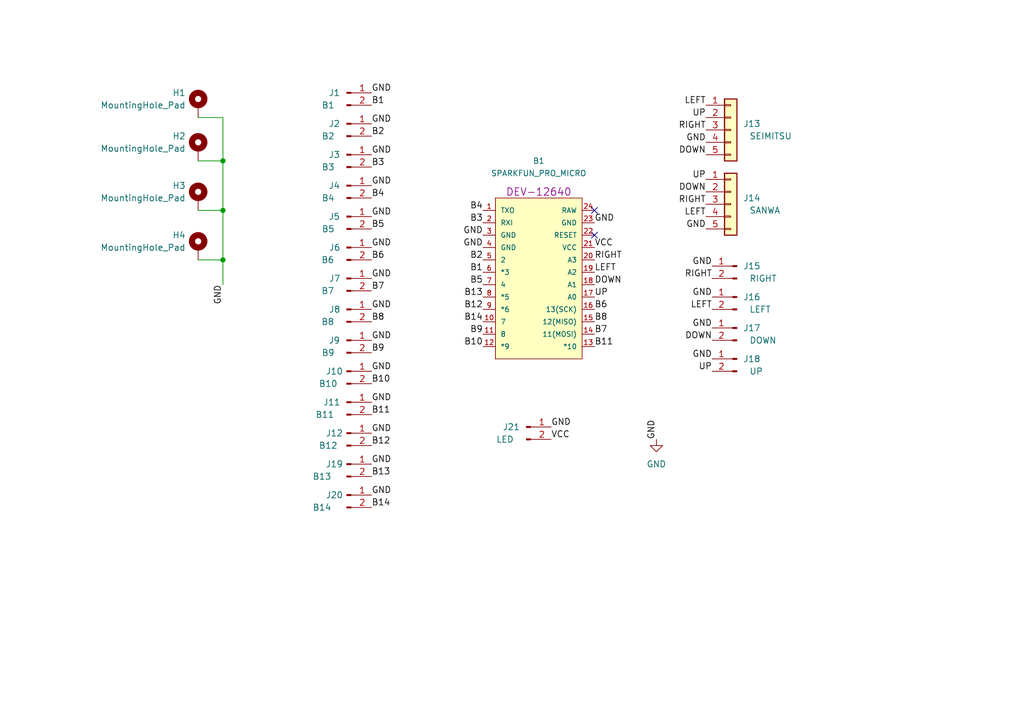
<source format=kicad_sch>
(kicad_sch (version 20211123) (generator eeschema)
  (paper "A5")
  (title_block (title "Daemonbite-Arcade-Encoder") (date "2022-03-05") (rev "0") (company "MiSTer FPGA") (comment 1 "Original Arduino code and wiring diagrams by MickGuyver") (comment 2 "PCB Design by Kevin Coleman (birdybro)"))
  (lib_symbols
    (symbol "Connector:Conn_01x02_Male" (pin_names (offset 1.016) hide)
      (property "Reference" "J" (at 0 2.54 0))
      (property "Value" "Conn_01x02_Male" (at 0 -5.08 0))
      (symbol "Conn_01x02_Male_1_1"
        (polyline (pts (xy 1.27 -2.54) (xy 0.8636 -2.54)) (stroke (width 0.1524)))
        (polyline (pts (xy 1.27 0) (xy 0.8636 0)) (stroke (width 0.1524)))
        (rectangle (start 0.8636 -2.413) (end 0 -2.667) (stroke (width 0.1524)) (fill (type outline)))
        (rectangle (start 0.8636 0.127) (end 0 -0.127) (stroke (width 0.1524)) (fill (type outline)))
        (pin passive line (at 5.08 0 180) (length 3.81) (name "Pin_1") (number "1"))
        (pin passive line (at 5.08 -2.54 180) (length 3.81) (name "Pin_2") (number "2"))
      )
    )
    (symbol "Connector_Generic:Conn_01x05" (pin_names (offset 1.016) hide)
      (property "Reference" "J" (at 0 7.62 0))
      (property "Value" "Conn_01x05" (at 0 -7.62 0))
      (symbol "Conn_01x05_1_1"
        (rectangle (start -1.27 -4.953) (end 0 -5.207) (stroke (width 0.1524)))
        (rectangle (start -1.27 -2.413) (end 0 -2.667) (stroke (width 0.1524)))
        (rectangle (start -1.27 0.127) (end 0 -0.127) (stroke (width 0.1524)))
        (rectangle (start -1.27 2.667) (end 0 2.413) (stroke (width 0.1524)))
        (rectangle (start -1.27 5.207) (end 0 4.953) (stroke (width 0.1524)))
        (rectangle (start -1.27 6.35) (end 1.27 -6.35) (stroke (width 0.254)) (fill (type background)))
        (pin passive line (at -5.08 5.08 0) (length 3.81) (name "Pin_1") (number "1"))
        (pin passive line (at -5.08 2.54 0) (length 3.81) (name "Pin_2") (number "2"))
        (pin passive line (at -5.08 0 0) (length 3.81) (name "Pin_3") (number "3"))
        (pin passive line (at -5.08 -2.54 0) (length 3.81) (name "Pin_4") (number "4"))
        (pin passive line (at -5.08 -5.08 0) (length 3.81) (name "Pin_5") (number "5"))
      )
    )
    (symbol "Mechanical:MountingHole_Pad" (pin_numbers hide) (pin_names (offset 1.016) hide)
      (property "Reference" "H" (at 0 6.35 0))
      (property "Value" "MountingHole_Pad" (at 0 4.445 0))
      (symbol "MountingHole_Pad_0_1"
        (circle (center 0 1.27) (radius 1.27) (stroke (width 1.27)))
      )
      (symbol "MountingHole_Pad_1_1"
        (pin input line (at 0 -2.54 90) (length 2.54) (name "1") (number "1"))
      )
    )
    (symbol "SparkFun-Boards:SPARKFUN_PRO_MICRO" (pin_names (offset 1.016))
      (property "Reference" "B" (at -8.89 17.78 0))
      (property "Value" "SPARKFUN_PRO_MICRO" (at -8.89 -19.05 0))
      (property "Field4" "XXX-00000" (at 0 21.59 0))
      (symbol "SPARKFUN_PRO_MICRO_1_1"
        (polyline (pts (xy -8.89 16.51) (xy -8.89 -16.51) (xy 8.89 -16.51) (xy 8.89 16.51) (xy -8.89 16.51)) (fill (type background)))
        (pin bidirectional line (at -11.43 13.97 0) (length 2.54) (name "TXO") (number "1"))
        (pin bidirectional line (at -11.43 -8.89 0) (length 2.54) (name "7") (number "10"))
        (pin bidirectional line (at -11.43 -11.43 0) (length 2.54) (name "8") (number "11"))
        (pin bidirectional line (at -11.43 -13.97 0) (length 2.54) (name "*9") (number "12"))
        (pin bidirectional line (at 11.43 -13.97 180) (length 2.54) (name "*10") (number "13"))
        (pin bidirectional line (at 11.43 -11.43 180) (length 2.54) (name "11(MOSI)") (number "14"))
        (pin bidirectional line (at 11.43 -8.89 180) (length 2.54) (name "12(MISO)") (number "15"))
        (pin bidirectional line (at 11.43 -6.35 180) (length 2.54) (name "13(SCK)") (number "16"))
        (pin bidirectional line (at 11.43 -3.81 180) (length 2.54) (name "A0") (number "17"))
        (pin bidirectional line (at 11.43 -1.27 180) (length 2.54) (name "A1") (number "18"))
        (pin bidirectional line (at 11.43 1.27 180) (length 2.54) (name "A2") (number "19"))
        (pin bidirectional line (at -11.43 11.43 0) (length 2.54) (name "RXI") (number "2"))
        (pin bidirectional line (at 11.43 3.81 180) (length 2.54) (name "A3") (number "20"))
        (pin power_in line (at 11.43 6.35 180) (length 2.54) (name "VCC") (number "21"))
        (pin bidirectional line (at 11.43 8.89 180) (length 2.54) (name "RESET") (number "22"))
        (pin power_in line (at 11.43 11.43 180) (length 2.54) (name "GND") (number "23"))
        (pin power_in line (at 11.43 13.97 180) (length 2.54) (name "RAW") (number "24"))
        (pin power_in line (at -11.43 8.89 0) (length 2.54) (name "GND") (number "3"))
        (pin power_in line (at -11.43 6.35 0) (length 2.54) (name "GND") (number "4"))
        (pin bidirectional line (at -11.43 3.81 0) (length 2.54) (name "2") (number "5"))
        (pin bidirectional line (at -11.43 1.27 0) (length 2.54) (name "*3") (number "6"))
        (pin bidirectional line (at -11.43 -1.27 0) (length 2.54) (name "4") (number "7"))
        (pin bidirectional line (at -11.43 -3.81 0) (length 2.54) (name "*5") (number "8"))
        (pin bidirectional line (at -11.43 -6.35 0) (length 2.54) (name "*6") (number "9"))
      )
    )
    (symbol "power:GND" (power) (pin_names (offset 0))
      (property "Value" "GND" (at 0 -3.81 0))
      (symbol "GND_0_1"
        (polyline (pts (xy 0 0) (xy 0 -1.27) (xy 1.27 -1.27) (xy 0 -2.54) (xy -1.27 -1.27) (xy 0 -1.27)))
      )
      (symbol "GND_1_1"
        (pin power_in line (at 0 0 270) (length 0) hide (name "GND") (number "1"))
      )
    )
  )
  (junction (at 45.72 53.34))
  (junction (at 45.72 43.18))
  (junction (at 45.72 33.02))
  (no_connect (at 121.92 48.26))
  (no_connect (at 121.92 43.18))
  (wire (pts (xy 40.64 24.13) (xy 45.72 24.13)))
  (wire (pts (xy 45.72 33.02) (xy 45.72 43.18)))
  (wire (pts (xy 45.72 53.34) (xy 45.72 58.42)))
  (wire (pts (xy 45.72 53.34) (xy 40.64 53.34)))
  (wire (pts (xy 45.72 43.18) (xy 45.72 53.34)))
  (wire (pts (xy 45.72 43.18) (xy 40.64 43.18)))
  (wire (pts (xy 45.72 33.02) (xy 40.64 33.02)))
  (wire (pts (xy 45.72 24.13) (xy 45.72 33.02)))
  (label "GND" (at 76.2 95.25 0))
  (label "GND" (at 76.2 25.4 0))
  (label "LEFT" (at 144.78 21.59 180))
  (label "GND" (at 76.2 38.1 0))
  (label "DOWN" (at 144.78 39.37 180))
  (label "GND" (at 76.2 76.2 0))
  (label "RIGHT" (at 121.92 53.34 0))
  (label "GND" (at 76.2 31.75 0))
  (label "GND" (at 76.2 101.6 0))
  (label "B6" (at 121.92 63.5 0))
  (label "GND" (at 76.2 63.5 0))
  (label "GND" (at 45.72 58.42 270))
  (label "GND" (at 146.05 54.61 180))
  (label "GND" (at 113.03 87.63 0))
  (label "RIGHT" (at 146.05 57.15 180))
  (label "GND" (at 76.2 50.8 0))
  (label "GND" (at 121.92 45.72 0))
  (label "GND" (at 76.2 19.05 0))
  (label "LEFT" (at 121.92 55.88 0))
  (label "GND" (at 76.2 69.85 0))
  (label "B4" (at 76.2 40.64 0))
  (label "GND" (at 144.78 29.21 180))
  (label "B2" (at 99.06 53.34 180))
  (label "B14" (at 99.06 66.04 180))
  (label "B5" (at 99.06 58.42 180))
  (label "UP" (at 144.78 36.83 180))
  (label "VCC" (at 121.92 50.8 0))
  (label "B10" (at 76.2 78.74 0))
  (label "GND" (at 134.62 90.17 90))
  (label "UP" (at 146.05 76.2 180))
  (label "B3" (at 76.2 34.29 0))
  (label "B13" (at 99.06 60.96 180))
  (label "B6" (at 76.2 53.34 0))
  (label "B7" (at 121.92 68.58 0))
  (label "B11" (at 76.2 85.09 0))
  (label "B8" (at 76.2 66.04 0))
  (label "DOWN" (at 146.05 69.85 180))
  (label "GND" (at 76.2 57.15 0))
  (label "B1" (at 76.2 21.59 0))
  (label "B9" (at 99.06 68.58 180))
  (label "GND" (at 76.2 88.9 0))
  (label "B5" (at 76.2 46.99 0))
  (label "GND" (at 146.05 60.96 180))
  (label "GND" (at 146.05 73.66 180))
  (label "B3" (at 99.06 45.72 180))
  (label "RIGHT" (at 144.78 26.67 180))
  (label "B9" (at 76.2 72.39 0))
  (label "B13" (at 76.2 97.79 0))
  (label "GND" (at 99.06 50.8 180))
  (label "UP" (at 121.92 60.96 0))
  (label "B1" (at 99.06 55.88 180))
  (label "B14" (at 76.2 104.14 0))
  (label "B12" (at 99.06 63.5 180))
  (label "B2" (at 76.2 27.94 0))
  (label "GND" (at 144.78 46.99 180))
  (label "GND" (at 99.06 48.26 180))
  (label "B11" (at 121.92 71.12 0))
  (label "RIGHT" (at 144.78 41.91 180))
  (label "GND" (at 146.05 67.31 180))
  (label "B10" (at 99.06 71.12 180))
  (label "LEFT" (at 146.05 63.5 180))
  (label "VCC" (at 113.03 90.17 0))
  (label "B8" (at 121.92 66.04 0))
  (label "GND" (at 76.2 44.45 0))
  (label "B12" (at 76.2 91.44 0))
  (label "DOWN" (at 144.78 31.75 180))
  (label "B7" (at 76.2 59.69 0))
  (label "UP" (at 144.78 24.13 180))
  (label "DOWN" (at 121.92 58.42 0))
  (label "LEFT" (at 144.78 44.45 180))
  (label "B4" (at 99.06 43.18 180))
  (label "GND" (at 76.2 82.55 0))
  (symbol (lib_id "Mechanical:MountingHole_Pad") (at 40.64 30.48 0) (mirror y) (unit 1)
    (property "Reference" "H2" (at 38.1 27.9399 0) (effects (justify left)))
    (property "Value" "MountingHole_Pad" (at 38.1 30.4799 0) (effects (justify left)))
    (property "Footprint" "MountingHole:MountingHole_3.2mm_M3_Pad" (effects hide))
  )
  (symbol (lib_id "SparkFun-Boards:SPARKFUN_PRO_MICRO") (at 110.49 57.15 0) (unit 1)
    (property "Reference" "B1" (at 110.49 33.02 0) (effects (font (size 1.143 1.143))))
    (property "Value" "SPARKFUN_PRO_MICRO" (at 110.49 35.56 0) (effects (font (size 1.143 1.143))))
    (property "Footprint" "promicro:ProMicro-NoSilk" (effects hide))
    (property "Field4" "DEV-12640" (at 110.49 39.37 0) (effects (font (size 1.524 1.524))))
  )
  (symbol (lib_id "Connector:Conn_01x02_Male") (at 71.12 95.25 0) (unit 1)
    (property "Reference" "J19" (at 68.58 95.25 0))
    (property "Value" "B13" (at 66.04 97.79 0))
    (property "Footprint" "Connector_JST:JST_XH_B2B-XH-A_1x02_P2.50mm_Vertical" (effects hide))
  )
  (symbol (lib_id "Connector:Conn_01x02_Male") (at 71.12 19.05 0) (unit 1)
    (property "Reference" "J1" (at 68.58 19.05 0))
    (property "Value" "B1" (at 67.31 21.59 0))
    (property "Footprint" "Connector_JST:JST_XH_B2B-XH-A_1x02_P2.50mm_Vertical" (effects hide))
  )
  (symbol (lib_id "Connector:Conn_01x02_Male") (at 151.13 60.96 0) (mirror y) (unit 1)
    (property "Reference" "J16" (at 152.4 60.9599 0) (effects (justify right)))
    (property "Value" "LEFT" (at 153.67 63.5 0) (effects (justify right)))
    (property "Footprint" "Connector_JST:JST_XH_B2B-XH-A_1x02_P2.50mm_Vertical" (effects hide))
  )
  (symbol (lib_id "Connector:Conn_01x02_Male") (at 151.13 67.31 0) (mirror y) (unit 1)
    (property "Reference" "J17" (at 152.4 67.3099 0) (effects (justify right)))
    (property "Value" "DOWN" (at 153.67 69.85 0) (effects (justify right)))
    (property "Footprint" "Connector_JST:JST_XH_B2B-XH-A_1x02_P2.50mm_Vertical" (effects hide))
  )
  (symbol (lib_id "Connector:Conn_01x02_Male") (at 107.95 87.63 0) (unit 1)
    (property "Reference" "J21" (at 106.68 87.6299 0) (effects (justify right)))
    (property "Value" "LED" (at 105.41 90.17 0) (effects (justify right)))
    (property "Footprint" "Connector_JST:JST_XH_B2B-XH-A_1x02_P2.50mm_Vertical" (effects hide))
  )
  (symbol (lib_id "Connector:Conn_01x02_Male") (at 71.12 31.75 0) (unit 1)
    (property "Reference" "J3" (at 68.58 31.75 0))
    (property "Value" "B3" (at 67.31 34.29 0))
    (property "Footprint" "Connector_JST:JST_XH_B2B-XH-A_1x02_P2.50mm_Vertical" (effects hide))
  )
  (symbol (lib_id "Mechanical:MountingHole_Pad") (at 40.64 40.64 0) (mirror y) (unit 1)
    (property "Reference" "H3" (at 38.1 38.0999 0) (effects (justify left)))
    (property "Value" "MountingHole_Pad" (at 38.1 40.6399 0) (effects (justify left)))
    (property "Footprint" "MountingHole:MountingHole_3.2mm_M3_Pad" (effects hide))
  )
  (symbol (lib_id "Connector:Conn_01x02_Male") (at 71.12 44.45 0) (unit 1)
    (property "Reference" "J5" (at 68.58 44.45 0))
    (property "Value" "B5" (at 67.31 46.99 0))
    (property "Footprint" "Connector_JST:JST_XH_B2B-XH-A_1x02_P2.50mm_Vertical" (effects hide))
  )
  (symbol (lib_id "Connector:Conn_01x02_Male") (at 151.13 54.61 0) (mirror y) (unit 1)
    (property "Reference" "J15" (at 152.4 54.6099 0) (effects (justify right)))
    (property "Value" "RIGHT" (at 153.67 57.15 0) (effects (justify right)))
    (property "Footprint" "Connector_JST:JST_XH_B2B-XH-A_1x02_P2.50mm_Vertical" (effects hide))
  )
  (symbol (lib_id "Connector:Conn_01x02_Male") (at 71.12 76.2 0) (unit 1)
    (property "Reference" "J10" (at 68.58 76.2 0))
    (property "Value" "B10" (at 67.31 78.74 0))
    (property "Footprint" "Connector_JST:JST_XH_B2B-XH-A_1x02_P2.50mm_Vertical" (effects hide))
  )
  (symbol (lib_id "Connector_Generic:Conn_01x05") (at 149.86 41.91 0) (unit 1)
    (property "Reference" "J14" (at 152.4 40.6399 0) (effects (justify left)))
    (property "Value" "SANWA" (at 153.67 43.18 0) (effects (justify left)))
    (property "Footprint" "Connector_JST:JST_XH_B5B-XH-AM_1x05_P2.50mm_Vertical" (effects hide))
  )
  (symbol (lib_id "Connector:Conn_01x02_Male") (at 71.12 38.1 0) (unit 1)
    (property "Reference" "J4" (at 68.58 38.1 0))
    (property "Value" "B4" (at 67.31 40.64 0))
    (property "Footprint" "Connector_JST:JST_XH_B2B-XH-A_1x02_P2.50mm_Vertical" (effects hide))
  )
  (symbol (lib_id "Connector_Generic:Conn_01x05") (at 149.86 26.67 0) (unit 1)
    (property "Reference" "J13" (at 152.4 25.3999 0) (effects (justify left)))
    (property "Value" "SEIMITSU" (at 153.67 27.94 0) (effects (justify left)))
    (property "Footprint" "Connector_JST:JST_XH_B5B-XH-AM_1x05_P2.50mm_Vertical" (effects hide))
  )
  (symbol (lib_id "Mechanical:MountingHole_Pad") (at 40.64 21.59 0) (mirror y) (unit 1)
    (property "Reference" "H1" (at 38.1 19.0499 0) (effects (justify left)))
    (property "Value" "MountingHole_Pad" (at 38.1 21.5899 0) (effects (justify left)))
    (property "Footprint" "MountingHole:MountingHole_3.2mm_M3_Pad" (effects hide))
  )
  (symbol (lib_id "Connector:Conn_01x02_Male") (at 71.12 82.55 0) (unit 1)
    (property "Reference" "J11" (at 69.85 82.5499 0) (effects (justify right)))
    (property "Value" "B11" (at 68.58 85.09 0) (effects (justify right)))
    (property "Footprint" "Connector_JST:JST_XH_B2B-XH-A_1x02_P2.50mm_Vertical" (effects hide))
  )
  (symbol (lib_id "Connector:Conn_01x02_Male") (at 71.12 50.8 0) (unit 1)
    (property "Reference" "J6" (at 69.85 50.7999 0) (effects (justify right)))
    (property "Value" "B6" (at 68.58 53.34 0) (effects (justify right)))
    (property "Footprint" "Connector_JST:JST_XH_B2B-XH-A_1x02_P2.50mm_Vertical" (effects hide))
  )
  (symbol (lib_id "power:GND") (at 134.62 90.17 0) (unit 1)
    (property "Reference" "#PWR01" (effects hide))
    (property "Value" "GND" (at 134.62 95.25 0))
  )
  (symbol (lib_id "Connector:Conn_01x02_Male") (at 71.12 25.4 0) (unit 1)
    (property "Reference" "J2" (at 68.58 25.4 0))
    (property "Value" "B2" (at 67.31 27.94 0))
    (property "Footprint" "Connector_JST:JST_XH_B2B-XH-A_1x02_P2.50mm_Vertical" (effects hide))
  )
  (symbol (lib_id "Connector:Conn_01x02_Male") (at 71.12 63.5 0) (unit 1)
    (property "Reference" "J8" (at 69.85 63.4999 0) (effects (justify right)))
    (property "Value" "B8" (at 68.58 66.04 0) (effects (justify right)))
    (property "Footprint" "Connector_JST:JST_XH_B2B-XH-A_1x02_P2.50mm_Vertical" (effects hide))
  )
  (symbol (lib_id "Connector:Conn_01x02_Male") (at 71.12 69.85 0) (unit 1)
    (property "Reference" "J9" (at 68.58 69.85 0))
    (property "Value" "B9" (at 67.31 72.39 0))
    (property "Footprint" "Connector_JST:JST_XH_B2B-XH-A_1x02_P2.50mm_Vertical" (effects hide))
  )
  (symbol (lib_id "Mechanical:MountingHole_Pad") (at 40.64 50.8 0) (mirror y) (unit 1)
    (property "Reference" "H4" (at 38.1 48.2599 0) (effects (justify left)))
    (property "Value" "MountingHole_Pad" (at 38.1 50.7999 0) (effects (justify left)))
    (property "Footprint" "MountingHole:MountingHole_3.2mm_M3_Pad" (effects hide))
  )
  (symbol (lib_id "Connector:Conn_01x02_Male") (at 151.13 73.66 0) (mirror y) (unit 1)
    (property "Reference" "J18" (at 152.4 73.6599 0) (effects (justify right)))
    (property "Value" "UP" (at 153.67 76.2 0) (effects (justify right)))
    (property "Footprint" "Connector_JST:JST_XH_B2B-XH-A_1x02_P2.50mm_Vertical" (effects hide))
  )
  (symbol (lib_id "Connector:Conn_01x02_Male") (at 71.12 57.15 0) (unit 1)
    (property "Reference" "J7" (at 69.85 57.1499 0) (effects (justify right)))
    (property "Value" "B7" (at 68.58 59.69 0) (effects (justify right)))
    (property "Footprint" "Connector_JST:JST_XH_B2B-XH-A_1x02_P2.50mm_Vertical" (effects hide))
  )
  (symbol (lib_id "Connector:Conn_01x02_Male") (at 71.12 88.9 0) (unit 1)
    (property "Reference" "J12" (at 68.58 88.9 0))
    (property "Value" "B12" (at 67.31 91.44 0))
    (property "Footprint" "Connector_JST:JST_XH_B2B-XH-A_1x02_P2.50mm_Vertical" (effects hide))
  )
  (symbol (lib_id "Connector:Conn_01x02_Male") (at 71.12 101.6 0) (unit 1)
    (property "Reference" "J20" (at 68.58 101.6 0))
    (property "Value" "B14" (at 66.04 104.14 0))
    (property "Footprint" "Connector_JST:JST_XH_B2B-XH-A_1x02_P2.50mm_Vertical" (effects hide))
  )
)
</source>
